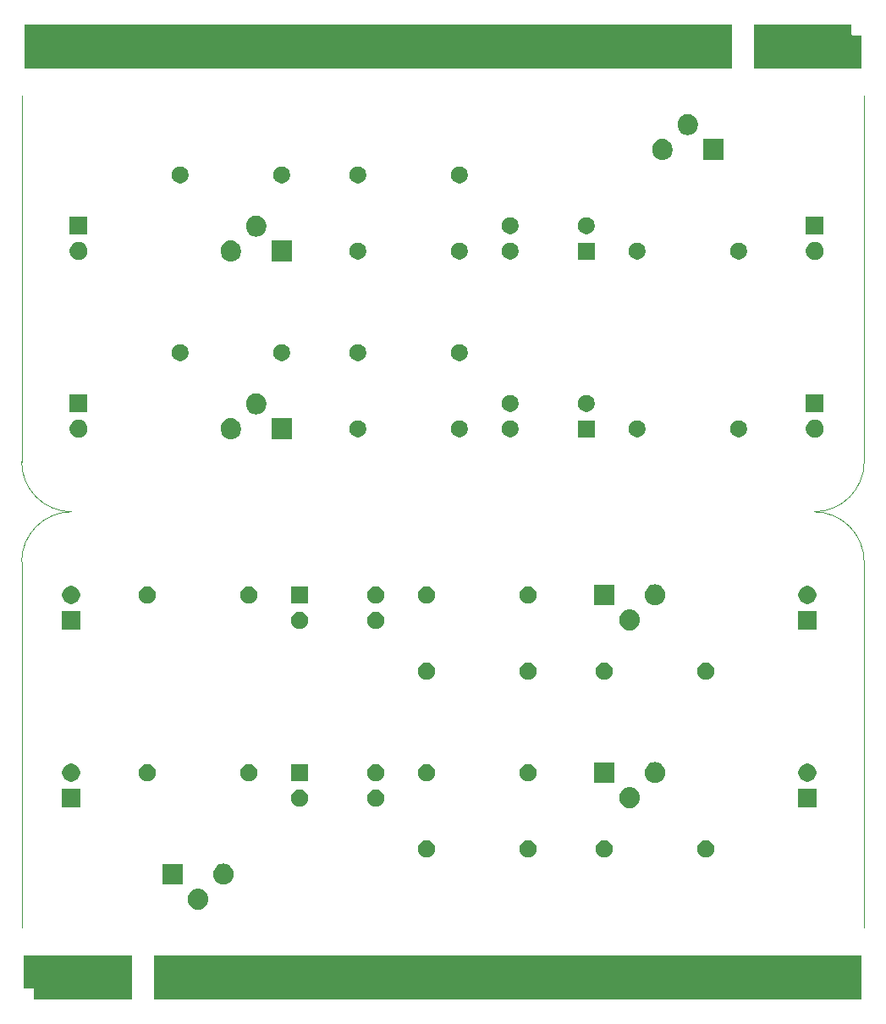
<source format=gbs>
G04 #@! TF.GenerationSoftware,KiCad,Pcbnew,(5.1.5)-3*
G04 #@! TF.CreationDate,2020-02-02T20:29:06+09:00*
G04 #@! TF.ProjectId,Tape-LED_Blinky-fin,54617065-2d4c-4454-945f-426c696e6b79,rev?*
G04 #@! TF.SameCoordinates,Original*
G04 #@! TF.FileFunction,Soldermask,Bot*
G04 #@! TF.FilePolarity,Negative*
%FSLAX46Y46*%
G04 Gerber Fmt 4.6, Leading zero omitted, Abs format (unit mm)*
G04 Created by KiCad (PCBNEW (5.1.5)-3) date 2020-02-02 20:29:06*
%MOMM*%
%LPD*%
G04 APERTURE LIST*
%ADD10C,0.100000*%
G04 APERTURE END LIST*
D10*
X99355000Y-103445000D02*
G75*
G02X94355000Y-98445000I0J5000000D01*
G01*
X178655000Y-61845000D02*
X178655000Y-98445000D01*
X94355000Y-61845000D02*
X94355000Y-98445000D01*
X178655000Y-98445000D02*
G75*
G02X173655000Y-103445000I-5000000J0D01*
G01*
X173650000Y-103450000D02*
G75*
G02X178650000Y-108450000I0J-5000000D01*
G01*
X94350000Y-108450000D02*
G75*
G02X99350000Y-103450000I5000000J0D01*
G01*
X178650000Y-145050000D02*
X178650000Y-108450000D01*
X94350000Y-145050000D02*
X94350000Y-108450000D01*
G36*
X105401000Y-152201000D02*
G01*
X95599000Y-152201000D01*
X95599000Y-151225999D01*
X95596598Y-151201613D01*
X95589485Y-151178164D01*
X95577934Y-151156553D01*
X95562389Y-151137611D01*
X95543447Y-151122066D01*
X95521836Y-151110515D01*
X95498387Y-151103402D01*
X95474001Y-151101000D01*
X94599000Y-151101000D01*
X94599000Y-147799000D01*
X105401000Y-147799000D01*
X105401000Y-152201000D01*
G37*
G36*
X178401000Y-152201000D02*
G01*
X107599000Y-152201000D01*
X107599000Y-147799000D01*
X178401000Y-147799000D01*
X178401000Y-152201000D01*
G37*
G36*
X112196719Y-141163520D02*
G01*
X112385880Y-141220901D01*
X112385883Y-141220902D01*
X112478333Y-141270318D01*
X112560212Y-141314083D01*
X112713015Y-141439485D01*
X112838417Y-141592288D01*
X112931599Y-141766619D01*
X112988980Y-141955780D01*
X113003500Y-142103206D01*
X113003500Y-142296793D01*
X112988980Y-142444219D01*
X112931599Y-142633380D01*
X112931598Y-142633383D01*
X112882182Y-142725833D01*
X112838417Y-142807712D01*
X112713015Y-142960515D01*
X112560212Y-143085917D01*
X112385881Y-143179099D01*
X112196720Y-143236480D01*
X112000000Y-143255855D01*
X111803281Y-143236480D01*
X111614120Y-143179099D01*
X111439788Y-143085917D01*
X111286985Y-142960515D01*
X111161583Y-142807712D01*
X111068401Y-142633381D01*
X111011020Y-142444220D01*
X110996500Y-142296794D01*
X110996500Y-142103207D01*
X111011020Y-141955781D01*
X111068401Y-141766620D01*
X111068402Y-141766617D01*
X111117818Y-141674167D01*
X111161583Y-141592288D01*
X111286985Y-141439485D01*
X111439788Y-141314083D01*
X111614119Y-141220901D01*
X111803280Y-141163520D01*
X112000000Y-141144145D01*
X112196719Y-141163520D01*
G37*
G36*
X114736719Y-138663520D02*
G01*
X114925880Y-138720901D01*
X114925883Y-138720902D01*
X115018333Y-138770318D01*
X115100212Y-138814083D01*
X115253015Y-138939485D01*
X115378417Y-139092288D01*
X115471599Y-139266619D01*
X115528980Y-139455780D01*
X115543500Y-139603206D01*
X115543500Y-139796793D01*
X115528980Y-139944219D01*
X115471599Y-140133380D01*
X115471598Y-140133383D01*
X115422182Y-140225833D01*
X115378417Y-140307712D01*
X115253015Y-140460515D01*
X115100212Y-140585917D01*
X114925881Y-140679099D01*
X114736720Y-140736480D01*
X114540000Y-140755855D01*
X114343281Y-140736480D01*
X114154120Y-140679099D01*
X113979788Y-140585917D01*
X113826985Y-140460515D01*
X113701583Y-140307712D01*
X113608401Y-140133381D01*
X113551020Y-139944220D01*
X113536500Y-139796794D01*
X113536500Y-139603207D01*
X113551020Y-139455781D01*
X113608401Y-139266620D01*
X113608402Y-139266617D01*
X113657818Y-139174167D01*
X113701583Y-139092288D01*
X113826985Y-138939485D01*
X113979788Y-138814083D01*
X114154119Y-138720901D01*
X114343280Y-138663520D01*
X114540000Y-138644145D01*
X114736719Y-138663520D01*
G37*
G36*
X110463500Y-140751000D02*
G01*
X108456500Y-140751000D01*
X108456500Y-138649000D01*
X110463500Y-138649000D01*
X110463500Y-140751000D01*
G37*
G36*
X163048228Y-136341703D02*
G01*
X163203100Y-136405853D01*
X163342481Y-136498985D01*
X163461015Y-136617519D01*
X163554147Y-136756900D01*
X163618297Y-136911772D01*
X163651000Y-137076184D01*
X163651000Y-137243816D01*
X163618297Y-137408228D01*
X163554147Y-137563100D01*
X163461015Y-137702481D01*
X163342481Y-137821015D01*
X163203100Y-137914147D01*
X163048228Y-137978297D01*
X162883816Y-138011000D01*
X162716184Y-138011000D01*
X162551772Y-137978297D01*
X162396900Y-137914147D01*
X162257519Y-137821015D01*
X162138985Y-137702481D01*
X162045853Y-137563100D01*
X161981703Y-137408228D01*
X161949000Y-137243816D01*
X161949000Y-137076184D01*
X161981703Y-136911772D01*
X162045853Y-136756900D01*
X162138985Y-136617519D01*
X162257519Y-136498985D01*
X162396900Y-136405853D01*
X162551772Y-136341703D01*
X162716184Y-136309000D01*
X162883816Y-136309000D01*
X163048228Y-136341703D01*
G37*
G36*
X152888228Y-136341703D02*
G01*
X153043100Y-136405853D01*
X153182481Y-136498985D01*
X153301015Y-136617519D01*
X153394147Y-136756900D01*
X153458297Y-136911772D01*
X153491000Y-137076184D01*
X153491000Y-137243816D01*
X153458297Y-137408228D01*
X153394147Y-137563100D01*
X153301015Y-137702481D01*
X153182481Y-137821015D01*
X153043100Y-137914147D01*
X152888228Y-137978297D01*
X152723816Y-138011000D01*
X152556184Y-138011000D01*
X152391772Y-137978297D01*
X152236900Y-137914147D01*
X152097519Y-137821015D01*
X151978985Y-137702481D01*
X151885853Y-137563100D01*
X151821703Y-137408228D01*
X151789000Y-137243816D01*
X151789000Y-137076184D01*
X151821703Y-136911772D01*
X151885853Y-136756900D01*
X151978985Y-136617519D01*
X152097519Y-136498985D01*
X152236900Y-136405853D01*
X152391772Y-136341703D01*
X152556184Y-136309000D01*
X152723816Y-136309000D01*
X152888228Y-136341703D01*
G37*
G36*
X135108228Y-136341703D02*
G01*
X135263100Y-136405853D01*
X135402481Y-136498985D01*
X135521015Y-136617519D01*
X135614147Y-136756900D01*
X135678297Y-136911772D01*
X135711000Y-137076184D01*
X135711000Y-137243816D01*
X135678297Y-137408228D01*
X135614147Y-137563100D01*
X135521015Y-137702481D01*
X135402481Y-137821015D01*
X135263100Y-137914147D01*
X135108228Y-137978297D01*
X134943816Y-138011000D01*
X134776184Y-138011000D01*
X134611772Y-137978297D01*
X134456900Y-137914147D01*
X134317519Y-137821015D01*
X134198985Y-137702481D01*
X134105853Y-137563100D01*
X134041703Y-137408228D01*
X134009000Y-137243816D01*
X134009000Y-137076184D01*
X134041703Y-136911772D01*
X134105853Y-136756900D01*
X134198985Y-136617519D01*
X134317519Y-136498985D01*
X134456900Y-136405853D01*
X134611772Y-136341703D01*
X134776184Y-136309000D01*
X134943816Y-136309000D01*
X135108228Y-136341703D01*
G37*
G36*
X145268228Y-136341703D02*
G01*
X145423100Y-136405853D01*
X145562481Y-136498985D01*
X145681015Y-136617519D01*
X145774147Y-136756900D01*
X145838297Y-136911772D01*
X145871000Y-137076184D01*
X145871000Y-137243816D01*
X145838297Y-137408228D01*
X145774147Y-137563100D01*
X145681015Y-137702481D01*
X145562481Y-137821015D01*
X145423100Y-137914147D01*
X145268228Y-137978297D01*
X145103816Y-138011000D01*
X144936184Y-138011000D01*
X144771772Y-137978297D01*
X144616900Y-137914147D01*
X144477519Y-137821015D01*
X144358985Y-137702481D01*
X144265853Y-137563100D01*
X144201703Y-137408228D01*
X144169000Y-137243816D01*
X144169000Y-137076184D01*
X144201703Y-136911772D01*
X144265853Y-136756900D01*
X144358985Y-136617519D01*
X144477519Y-136498985D01*
X144616900Y-136405853D01*
X144771772Y-136341703D01*
X144936184Y-136309000D01*
X145103816Y-136309000D01*
X145268228Y-136341703D01*
G37*
G36*
X155376719Y-131003520D02*
G01*
X155565880Y-131060901D01*
X155565883Y-131060902D01*
X155658333Y-131110318D01*
X155740212Y-131154083D01*
X155893015Y-131279485D01*
X156018417Y-131432288D01*
X156111599Y-131606619D01*
X156168980Y-131795780D01*
X156183500Y-131943206D01*
X156183500Y-132136793D01*
X156168980Y-132284219D01*
X156111599Y-132473380D01*
X156111598Y-132473383D01*
X156106404Y-132483100D01*
X156018417Y-132647712D01*
X155893015Y-132800515D01*
X155740212Y-132925917D01*
X155565881Y-133019099D01*
X155376720Y-133076480D01*
X155180000Y-133095855D01*
X154983281Y-133076480D01*
X154794120Y-133019099D01*
X154619788Y-132925917D01*
X154466985Y-132800515D01*
X154341583Y-132647712D01*
X154248401Y-132473381D01*
X154191020Y-132284220D01*
X154176500Y-132136794D01*
X154176500Y-131943207D01*
X154191020Y-131795781D01*
X154248401Y-131606620D01*
X154248402Y-131606617D01*
X154297818Y-131514167D01*
X154341583Y-131432288D01*
X154466985Y-131279485D01*
X154619788Y-131154083D01*
X154794119Y-131060901D01*
X154983280Y-131003520D01*
X155180000Y-130984145D01*
X155376719Y-131003520D01*
G37*
G36*
X173861000Y-132981000D02*
G01*
X172059000Y-132981000D01*
X172059000Y-131179000D01*
X173861000Y-131179000D01*
X173861000Y-132981000D01*
G37*
G36*
X100201000Y-132981000D02*
G01*
X98399000Y-132981000D01*
X98399000Y-131179000D01*
X100201000Y-131179000D01*
X100201000Y-132981000D01*
G37*
G36*
X130028228Y-131261703D02*
G01*
X130183100Y-131325853D01*
X130322481Y-131418985D01*
X130441015Y-131537519D01*
X130534147Y-131676900D01*
X130598297Y-131831772D01*
X130631000Y-131996184D01*
X130631000Y-132163816D01*
X130598297Y-132328228D01*
X130534147Y-132483100D01*
X130441015Y-132622481D01*
X130322481Y-132741015D01*
X130183100Y-132834147D01*
X130028228Y-132898297D01*
X129863816Y-132931000D01*
X129696184Y-132931000D01*
X129531772Y-132898297D01*
X129376900Y-132834147D01*
X129237519Y-132741015D01*
X129118985Y-132622481D01*
X129025853Y-132483100D01*
X128961703Y-132328228D01*
X128929000Y-132163816D01*
X128929000Y-131996184D01*
X128961703Y-131831772D01*
X129025853Y-131676900D01*
X129118985Y-131537519D01*
X129237519Y-131418985D01*
X129376900Y-131325853D01*
X129531772Y-131261703D01*
X129696184Y-131229000D01*
X129863816Y-131229000D01*
X130028228Y-131261703D01*
G37*
G36*
X122408228Y-131261703D02*
G01*
X122563100Y-131325853D01*
X122702481Y-131418985D01*
X122821015Y-131537519D01*
X122914147Y-131676900D01*
X122978297Y-131831772D01*
X123011000Y-131996184D01*
X123011000Y-132163816D01*
X122978297Y-132328228D01*
X122914147Y-132483100D01*
X122821015Y-132622481D01*
X122702481Y-132741015D01*
X122563100Y-132834147D01*
X122408228Y-132898297D01*
X122243816Y-132931000D01*
X122076184Y-132931000D01*
X121911772Y-132898297D01*
X121756900Y-132834147D01*
X121617519Y-132741015D01*
X121498985Y-132622481D01*
X121405853Y-132483100D01*
X121341703Y-132328228D01*
X121309000Y-132163816D01*
X121309000Y-131996184D01*
X121341703Y-131831772D01*
X121405853Y-131676900D01*
X121498985Y-131537519D01*
X121617519Y-131418985D01*
X121756900Y-131325853D01*
X121911772Y-131261703D01*
X122076184Y-131229000D01*
X122243816Y-131229000D01*
X122408228Y-131261703D01*
G37*
G36*
X157916719Y-128503520D02*
G01*
X158105880Y-128560901D01*
X158105883Y-128560902D01*
X158198333Y-128610318D01*
X158280212Y-128654083D01*
X158433015Y-128779485D01*
X158558417Y-128932288D01*
X158651599Y-129106619D01*
X158708980Y-129295780D01*
X158723500Y-129443206D01*
X158723500Y-129636793D01*
X158708980Y-129784219D01*
X158660785Y-129943097D01*
X158651598Y-129973383D01*
X158602182Y-130065833D01*
X158558417Y-130147712D01*
X158433015Y-130300515D01*
X158280212Y-130425917D01*
X158105881Y-130519099D01*
X157916720Y-130576480D01*
X157720000Y-130595855D01*
X157523281Y-130576480D01*
X157334120Y-130519099D01*
X157159788Y-130425917D01*
X157006985Y-130300515D01*
X156881583Y-130147712D01*
X156788401Y-129973381D01*
X156731020Y-129784220D01*
X156716500Y-129636794D01*
X156716500Y-129443207D01*
X156731020Y-129295781D01*
X156788401Y-129106620D01*
X156788402Y-129106617D01*
X156846716Y-128997520D01*
X156881583Y-128932288D01*
X157006985Y-128779485D01*
X157159788Y-128654083D01*
X157334119Y-128560901D01*
X157523280Y-128503520D01*
X157720000Y-128484145D01*
X157916719Y-128503520D01*
G37*
G36*
X153643500Y-130591000D02*
G01*
X151636500Y-130591000D01*
X151636500Y-128489000D01*
X153643500Y-128489000D01*
X153643500Y-130591000D01*
G37*
G36*
X99413512Y-128643927D02*
G01*
X99562812Y-128673624D01*
X99726784Y-128741544D01*
X99874354Y-128840147D01*
X99999853Y-128965646D01*
X100098456Y-129113216D01*
X100166376Y-129277188D01*
X100196073Y-129426488D01*
X100201000Y-129451258D01*
X100201000Y-129628742D01*
X100199398Y-129636794D01*
X100166376Y-129802812D01*
X100098456Y-129966784D01*
X99999853Y-130114354D01*
X99874354Y-130239853D01*
X99726784Y-130338456D01*
X99562812Y-130406376D01*
X99413512Y-130436073D01*
X99388742Y-130441000D01*
X99211258Y-130441000D01*
X99186488Y-130436073D01*
X99037188Y-130406376D01*
X98873216Y-130338456D01*
X98725646Y-130239853D01*
X98600147Y-130114354D01*
X98501544Y-129966784D01*
X98433624Y-129802812D01*
X98400602Y-129636794D01*
X98399000Y-129628742D01*
X98399000Y-129451258D01*
X98403927Y-129426488D01*
X98433624Y-129277188D01*
X98501544Y-129113216D01*
X98600147Y-128965646D01*
X98725646Y-128840147D01*
X98873216Y-128741544D01*
X99037188Y-128673624D01*
X99186488Y-128643927D01*
X99211258Y-128639000D01*
X99388742Y-128639000D01*
X99413512Y-128643927D01*
G37*
G36*
X173073512Y-128643927D02*
G01*
X173222812Y-128673624D01*
X173386784Y-128741544D01*
X173534354Y-128840147D01*
X173659853Y-128965646D01*
X173758456Y-129113216D01*
X173826376Y-129277188D01*
X173856073Y-129426488D01*
X173861000Y-129451258D01*
X173861000Y-129628742D01*
X173859398Y-129636794D01*
X173826376Y-129802812D01*
X173758456Y-129966784D01*
X173659853Y-130114354D01*
X173534354Y-130239853D01*
X173386784Y-130338456D01*
X173222812Y-130406376D01*
X173073512Y-130436073D01*
X173048742Y-130441000D01*
X172871258Y-130441000D01*
X172846488Y-130436073D01*
X172697188Y-130406376D01*
X172533216Y-130338456D01*
X172385646Y-130239853D01*
X172260147Y-130114354D01*
X172161544Y-129966784D01*
X172093624Y-129802812D01*
X172060602Y-129636794D01*
X172059000Y-129628742D01*
X172059000Y-129451258D01*
X172063927Y-129426488D01*
X172093624Y-129277188D01*
X172161544Y-129113216D01*
X172260147Y-128965646D01*
X172385646Y-128840147D01*
X172533216Y-128741544D01*
X172697188Y-128673624D01*
X172846488Y-128643927D01*
X172871258Y-128639000D01*
X173048742Y-128639000D01*
X173073512Y-128643927D01*
G37*
G36*
X145268228Y-128721703D02*
G01*
X145423100Y-128785853D01*
X145562481Y-128878985D01*
X145681015Y-128997519D01*
X145774147Y-129136900D01*
X145838297Y-129291772D01*
X145871000Y-129456184D01*
X145871000Y-129623816D01*
X145838297Y-129788228D01*
X145774147Y-129943100D01*
X145681015Y-130082481D01*
X145562481Y-130201015D01*
X145423100Y-130294147D01*
X145268228Y-130358297D01*
X145103816Y-130391000D01*
X144936184Y-130391000D01*
X144771772Y-130358297D01*
X144616900Y-130294147D01*
X144477519Y-130201015D01*
X144358985Y-130082481D01*
X144265853Y-129943100D01*
X144201703Y-129788228D01*
X144169000Y-129623816D01*
X144169000Y-129456184D01*
X144201703Y-129291772D01*
X144265853Y-129136900D01*
X144358985Y-128997519D01*
X144477519Y-128878985D01*
X144616900Y-128785853D01*
X144771772Y-128721703D01*
X144936184Y-128689000D01*
X145103816Y-128689000D01*
X145268228Y-128721703D01*
G37*
G36*
X135108228Y-128721703D02*
G01*
X135263100Y-128785853D01*
X135402481Y-128878985D01*
X135521015Y-128997519D01*
X135614147Y-129136900D01*
X135678297Y-129291772D01*
X135711000Y-129456184D01*
X135711000Y-129623816D01*
X135678297Y-129788228D01*
X135614147Y-129943100D01*
X135521015Y-130082481D01*
X135402481Y-130201015D01*
X135263100Y-130294147D01*
X135108228Y-130358297D01*
X134943816Y-130391000D01*
X134776184Y-130391000D01*
X134611772Y-130358297D01*
X134456900Y-130294147D01*
X134317519Y-130201015D01*
X134198985Y-130082481D01*
X134105853Y-129943100D01*
X134041703Y-129788228D01*
X134009000Y-129623816D01*
X134009000Y-129456184D01*
X134041703Y-129291772D01*
X134105853Y-129136900D01*
X134198985Y-128997519D01*
X134317519Y-128878985D01*
X134456900Y-128785853D01*
X134611772Y-128721703D01*
X134776184Y-128689000D01*
X134943816Y-128689000D01*
X135108228Y-128721703D01*
G37*
G36*
X117328228Y-128721703D02*
G01*
X117483100Y-128785853D01*
X117622481Y-128878985D01*
X117741015Y-128997519D01*
X117834147Y-129136900D01*
X117898297Y-129291772D01*
X117931000Y-129456184D01*
X117931000Y-129623816D01*
X117898297Y-129788228D01*
X117834147Y-129943100D01*
X117741015Y-130082481D01*
X117622481Y-130201015D01*
X117483100Y-130294147D01*
X117328228Y-130358297D01*
X117163816Y-130391000D01*
X116996184Y-130391000D01*
X116831772Y-130358297D01*
X116676900Y-130294147D01*
X116537519Y-130201015D01*
X116418985Y-130082481D01*
X116325853Y-129943100D01*
X116261703Y-129788228D01*
X116229000Y-129623816D01*
X116229000Y-129456184D01*
X116261703Y-129291772D01*
X116325853Y-129136900D01*
X116418985Y-128997519D01*
X116537519Y-128878985D01*
X116676900Y-128785853D01*
X116831772Y-128721703D01*
X116996184Y-128689000D01*
X117163816Y-128689000D01*
X117328228Y-128721703D01*
G37*
G36*
X123011000Y-130391000D02*
G01*
X121309000Y-130391000D01*
X121309000Y-128689000D01*
X123011000Y-128689000D01*
X123011000Y-130391000D01*
G37*
G36*
X130028228Y-128721703D02*
G01*
X130183100Y-128785853D01*
X130322481Y-128878985D01*
X130441015Y-128997519D01*
X130534147Y-129136900D01*
X130598297Y-129291772D01*
X130631000Y-129456184D01*
X130631000Y-129623816D01*
X130598297Y-129788228D01*
X130534147Y-129943100D01*
X130441015Y-130082481D01*
X130322481Y-130201015D01*
X130183100Y-130294147D01*
X130028228Y-130358297D01*
X129863816Y-130391000D01*
X129696184Y-130391000D01*
X129531772Y-130358297D01*
X129376900Y-130294147D01*
X129237519Y-130201015D01*
X129118985Y-130082481D01*
X129025853Y-129943100D01*
X128961703Y-129788228D01*
X128929000Y-129623816D01*
X128929000Y-129456184D01*
X128961703Y-129291772D01*
X129025853Y-129136900D01*
X129118985Y-128997519D01*
X129237519Y-128878985D01*
X129376900Y-128785853D01*
X129531772Y-128721703D01*
X129696184Y-128689000D01*
X129863816Y-128689000D01*
X130028228Y-128721703D01*
G37*
G36*
X107168228Y-128721703D02*
G01*
X107323100Y-128785853D01*
X107462481Y-128878985D01*
X107581015Y-128997519D01*
X107674147Y-129136900D01*
X107738297Y-129291772D01*
X107771000Y-129456184D01*
X107771000Y-129623816D01*
X107738297Y-129788228D01*
X107674147Y-129943100D01*
X107581015Y-130082481D01*
X107462481Y-130201015D01*
X107323100Y-130294147D01*
X107168228Y-130358297D01*
X107003816Y-130391000D01*
X106836184Y-130391000D01*
X106671772Y-130358297D01*
X106516900Y-130294147D01*
X106377519Y-130201015D01*
X106258985Y-130082481D01*
X106165853Y-129943100D01*
X106101703Y-129788228D01*
X106069000Y-129623816D01*
X106069000Y-129456184D01*
X106101703Y-129291772D01*
X106165853Y-129136900D01*
X106258985Y-128997519D01*
X106377519Y-128878985D01*
X106516900Y-128785853D01*
X106671772Y-128721703D01*
X106836184Y-128689000D01*
X107003816Y-128689000D01*
X107168228Y-128721703D01*
G37*
G36*
X145268228Y-118561703D02*
G01*
X145423100Y-118625853D01*
X145562481Y-118718985D01*
X145681015Y-118837519D01*
X145774147Y-118976900D01*
X145838297Y-119131772D01*
X145871000Y-119296184D01*
X145871000Y-119463816D01*
X145838297Y-119628228D01*
X145774147Y-119783100D01*
X145681015Y-119922481D01*
X145562481Y-120041015D01*
X145423100Y-120134147D01*
X145268228Y-120198297D01*
X145103816Y-120231000D01*
X144936184Y-120231000D01*
X144771772Y-120198297D01*
X144616900Y-120134147D01*
X144477519Y-120041015D01*
X144358985Y-119922481D01*
X144265853Y-119783100D01*
X144201703Y-119628228D01*
X144169000Y-119463816D01*
X144169000Y-119296184D01*
X144201703Y-119131772D01*
X144265853Y-118976900D01*
X144358985Y-118837519D01*
X144477519Y-118718985D01*
X144616900Y-118625853D01*
X144771772Y-118561703D01*
X144936184Y-118529000D01*
X145103816Y-118529000D01*
X145268228Y-118561703D01*
G37*
G36*
X135108228Y-118561703D02*
G01*
X135263100Y-118625853D01*
X135402481Y-118718985D01*
X135521015Y-118837519D01*
X135614147Y-118976900D01*
X135678297Y-119131772D01*
X135711000Y-119296184D01*
X135711000Y-119463816D01*
X135678297Y-119628228D01*
X135614147Y-119783100D01*
X135521015Y-119922481D01*
X135402481Y-120041015D01*
X135263100Y-120134147D01*
X135108228Y-120198297D01*
X134943816Y-120231000D01*
X134776184Y-120231000D01*
X134611772Y-120198297D01*
X134456900Y-120134147D01*
X134317519Y-120041015D01*
X134198985Y-119922481D01*
X134105853Y-119783100D01*
X134041703Y-119628228D01*
X134009000Y-119463816D01*
X134009000Y-119296184D01*
X134041703Y-119131772D01*
X134105853Y-118976900D01*
X134198985Y-118837519D01*
X134317519Y-118718985D01*
X134456900Y-118625853D01*
X134611772Y-118561703D01*
X134776184Y-118529000D01*
X134943816Y-118529000D01*
X135108228Y-118561703D01*
G37*
G36*
X152888228Y-118561703D02*
G01*
X153043100Y-118625853D01*
X153182481Y-118718985D01*
X153301015Y-118837519D01*
X153394147Y-118976900D01*
X153458297Y-119131772D01*
X153491000Y-119296184D01*
X153491000Y-119463816D01*
X153458297Y-119628228D01*
X153394147Y-119783100D01*
X153301015Y-119922481D01*
X153182481Y-120041015D01*
X153043100Y-120134147D01*
X152888228Y-120198297D01*
X152723816Y-120231000D01*
X152556184Y-120231000D01*
X152391772Y-120198297D01*
X152236900Y-120134147D01*
X152097519Y-120041015D01*
X151978985Y-119922481D01*
X151885853Y-119783100D01*
X151821703Y-119628228D01*
X151789000Y-119463816D01*
X151789000Y-119296184D01*
X151821703Y-119131772D01*
X151885853Y-118976900D01*
X151978985Y-118837519D01*
X152097519Y-118718985D01*
X152236900Y-118625853D01*
X152391772Y-118561703D01*
X152556184Y-118529000D01*
X152723816Y-118529000D01*
X152888228Y-118561703D01*
G37*
G36*
X163048228Y-118561703D02*
G01*
X163203100Y-118625853D01*
X163342481Y-118718985D01*
X163461015Y-118837519D01*
X163554147Y-118976900D01*
X163618297Y-119131772D01*
X163651000Y-119296184D01*
X163651000Y-119463816D01*
X163618297Y-119628228D01*
X163554147Y-119783100D01*
X163461015Y-119922481D01*
X163342481Y-120041015D01*
X163203100Y-120134147D01*
X163048228Y-120198297D01*
X162883816Y-120231000D01*
X162716184Y-120231000D01*
X162551772Y-120198297D01*
X162396900Y-120134147D01*
X162257519Y-120041015D01*
X162138985Y-119922481D01*
X162045853Y-119783100D01*
X161981703Y-119628228D01*
X161949000Y-119463816D01*
X161949000Y-119296184D01*
X161981703Y-119131772D01*
X162045853Y-118976900D01*
X162138985Y-118837519D01*
X162257519Y-118718985D01*
X162396900Y-118625853D01*
X162551772Y-118561703D01*
X162716184Y-118529000D01*
X162883816Y-118529000D01*
X163048228Y-118561703D01*
G37*
G36*
X155376719Y-113223520D02*
G01*
X155565880Y-113280901D01*
X155565883Y-113280902D01*
X155658333Y-113330318D01*
X155740212Y-113374083D01*
X155893015Y-113499485D01*
X156018417Y-113652288D01*
X156111599Y-113826619D01*
X156168980Y-114015780D01*
X156183500Y-114163206D01*
X156183500Y-114356793D01*
X156168980Y-114504219D01*
X156111599Y-114693380D01*
X156111598Y-114693383D01*
X156106404Y-114703100D01*
X156018417Y-114867712D01*
X155893015Y-115020515D01*
X155740212Y-115145917D01*
X155565881Y-115239099D01*
X155376720Y-115296480D01*
X155180000Y-115315855D01*
X154983281Y-115296480D01*
X154794120Y-115239099D01*
X154619788Y-115145917D01*
X154466985Y-115020515D01*
X154341583Y-114867712D01*
X154248401Y-114693381D01*
X154191020Y-114504220D01*
X154176500Y-114356794D01*
X154176500Y-114163207D01*
X154191020Y-114015781D01*
X154248401Y-113826620D01*
X154248402Y-113826617D01*
X154297818Y-113734167D01*
X154341583Y-113652288D01*
X154466985Y-113499485D01*
X154619788Y-113374083D01*
X154794119Y-113280901D01*
X154983280Y-113223520D01*
X155180000Y-113204145D01*
X155376719Y-113223520D01*
G37*
G36*
X100201000Y-115201000D02*
G01*
X98399000Y-115201000D01*
X98399000Y-113399000D01*
X100201000Y-113399000D01*
X100201000Y-115201000D01*
G37*
G36*
X173861000Y-115201000D02*
G01*
X172059000Y-115201000D01*
X172059000Y-113399000D01*
X173861000Y-113399000D01*
X173861000Y-115201000D01*
G37*
G36*
X130028228Y-113481703D02*
G01*
X130183100Y-113545853D01*
X130322481Y-113638985D01*
X130441015Y-113757519D01*
X130534147Y-113896900D01*
X130598297Y-114051772D01*
X130631000Y-114216184D01*
X130631000Y-114383816D01*
X130598297Y-114548228D01*
X130534147Y-114703100D01*
X130441015Y-114842481D01*
X130322481Y-114961015D01*
X130183100Y-115054147D01*
X130028228Y-115118297D01*
X129863816Y-115151000D01*
X129696184Y-115151000D01*
X129531772Y-115118297D01*
X129376900Y-115054147D01*
X129237519Y-114961015D01*
X129118985Y-114842481D01*
X129025853Y-114703100D01*
X128961703Y-114548228D01*
X128929000Y-114383816D01*
X128929000Y-114216184D01*
X128961703Y-114051772D01*
X129025853Y-113896900D01*
X129118985Y-113757519D01*
X129237519Y-113638985D01*
X129376900Y-113545853D01*
X129531772Y-113481703D01*
X129696184Y-113449000D01*
X129863816Y-113449000D01*
X130028228Y-113481703D01*
G37*
G36*
X122408228Y-113481703D02*
G01*
X122563100Y-113545853D01*
X122702481Y-113638985D01*
X122821015Y-113757519D01*
X122914147Y-113896900D01*
X122978297Y-114051772D01*
X123011000Y-114216184D01*
X123011000Y-114383816D01*
X122978297Y-114548228D01*
X122914147Y-114703100D01*
X122821015Y-114842481D01*
X122702481Y-114961015D01*
X122563100Y-115054147D01*
X122408228Y-115118297D01*
X122243816Y-115151000D01*
X122076184Y-115151000D01*
X121911772Y-115118297D01*
X121756900Y-115054147D01*
X121617519Y-114961015D01*
X121498985Y-114842481D01*
X121405853Y-114703100D01*
X121341703Y-114548228D01*
X121309000Y-114383816D01*
X121309000Y-114216184D01*
X121341703Y-114051772D01*
X121405853Y-113896900D01*
X121498985Y-113757519D01*
X121617519Y-113638985D01*
X121756900Y-113545853D01*
X121911772Y-113481703D01*
X122076184Y-113449000D01*
X122243816Y-113449000D01*
X122408228Y-113481703D01*
G37*
G36*
X157916719Y-110723520D02*
G01*
X158105880Y-110780901D01*
X158105883Y-110780902D01*
X158198333Y-110830318D01*
X158280212Y-110874083D01*
X158433015Y-110999485D01*
X158558417Y-111152288D01*
X158651599Y-111326619D01*
X158708980Y-111515780D01*
X158723500Y-111663206D01*
X158723500Y-111856793D01*
X158708980Y-112004219D01*
X158660785Y-112163097D01*
X158651598Y-112193383D01*
X158602182Y-112285833D01*
X158558417Y-112367712D01*
X158433015Y-112520515D01*
X158280212Y-112645917D01*
X158105881Y-112739099D01*
X157916720Y-112796480D01*
X157720000Y-112815855D01*
X157523281Y-112796480D01*
X157334120Y-112739099D01*
X157159788Y-112645917D01*
X157006985Y-112520515D01*
X156881583Y-112367712D01*
X156788401Y-112193381D01*
X156731020Y-112004220D01*
X156716500Y-111856794D01*
X156716500Y-111663207D01*
X156731020Y-111515781D01*
X156788401Y-111326620D01*
X156788402Y-111326617D01*
X156846716Y-111217520D01*
X156881583Y-111152288D01*
X157006985Y-110999485D01*
X157159788Y-110874083D01*
X157334119Y-110780901D01*
X157523280Y-110723520D01*
X157720000Y-110704145D01*
X157916719Y-110723520D01*
G37*
G36*
X153643500Y-112811000D02*
G01*
X151636500Y-112811000D01*
X151636500Y-110709000D01*
X153643500Y-110709000D01*
X153643500Y-112811000D01*
G37*
G36*
X173073512Y-110863927D02*
G01*
X173222812Y-110893624D01*
X173386784Y-110961544D01*
X173534354Y-111060147D01*
X173659853Y-111185646D01*
X173758456Y-111333216D01*
X173826376Y-111497188D01*
X173856073Y-111646488D01*
X173861000Y-111671258D01*
X173861000Y-111848742D01*
X173859398Y-111856794D01*
X173826376Y-112022812D01*
X173758456Y-112186784D01*
X173659853Y-112334354D01*
X173534354Y-112459853D01*
X173386784Y-112558456D01*
X173222812Y-112626376D01*
X173073512Y-112656073D01*
X173048742Y-112661000D01*
X172871258Y-112661000D01*
X172846488Y-112656073D01*
X172697188Y-112626376D01*
X172533216Y-112558456D01*
X172385646Y-112459853D01*
X172260147Y-112334354D01*
X172161544Y-112186784D01*
X172093624Y-112022812D01*
X172060602Y-111856794D01*
X172059000Y-111848742D01*
X172059000Y-111671258D01*
X172063927Y-111646488D01*
X172093624Y-111497188D01*
X172161544Y-111333216D01*
X172260147Y-111185646D01*
X172385646Y-111060147D01*
X172533216Y-110961544D01*
X172697188Y-110893624D01*
X172846488Y-110863927D01*
X172871258Y-110859000D01*
X173048742Y-110859000D01*
X173073512Y-110863927D01*
G37*
G36*
X99413512Y-110863927D02*
G01*
X99562812Y-110893624D01*
X99726784Y-110961544D01*
X99874354Y-111060147D01*
X99999853Y-111185646D01*
X100098456Y-111333216D01*
X100166376Y-111497188D01*
X100196073Y-111646488D01*
X100201000Y-111671258D01*
X100201000Y-111848742D01*
X100199398Y-111856794D01*
X100166376Y-112022812D01*
X100098456Y-112186784D01*
X99999853Y-112334354D01*
X99874354Y-112459853D01*
X99726784Y-112558456D01*
X99562812Y-112626376D01*
X99413512Y-112656073D01*
X99388742Y-112661000D01*
X99211258Y-112661000D01*
X99186488Y-112656073D01*
X99037188Y-112626376D01*
X98873216Y-112558456D01*
X98725646Y-112459853D01*
X98600147Y-112334354D01*
X98501544Y-112186784D01*
X98433624Y-112022812D01*
X98400602Y-111856794D01*
X98399000Y-111848742D01*
X98399000Y-111671258D01*
X98403927Y-111646488D01*
X98433624Y-111497188D01*
X98501544Y-111333216D01*
X98600147Y-111185646D01*
X98725646Y-111060147D01*
X98873216Y-110961544D01*
X99037188Y-110893624D01*
X99186488Y-110863927D01*
X99211258Y-110859000D01*
X99388742Y-110859000D01*
X99413512Y-110863927D01*
G37*
G36*
X130028228Y-110941703D02*
G01*
X130183100Y-111005853D01*
X130322481Y-111098985D01*
X130441015Y-111217519D01*
X130534147Y-111356900D01*
X130598297Y-111511772D01*
X130631000Y-111676184D01*
X130631000Y-111843816D01*
X130598297Y-112008228D01*
X130534147Y-112163100D01*
X130441015Y-112302481D01*
X130322481Y-112421015D01*
X130183100Y-112514147D01*
X130028228Y-112578297D01*
X129863816Y-112611000D01*
X129696184Y-112611000D01*
X129531772Y-112578297D01*
X129376900Y-112514147D01*
X129237519Y-112421015D01*
X129118985Y-112302481D01*
X129025853Y-112163100D01*
X128961703Y-112008228D01*
X128929000Y-111843816D01*
X128929000Y-111676184D01*
X128961703Y-111511772D01*
X129025853Y-111356900D01*
X129118985Y-111217519D01*
X129237519Y-111098985D01*
X129376900Y-111005853D01*
X129531772Y-110941703D01*
X129696184Y-110909000D01*
X129863816Y-110909000D01*
X130028228Y-110941703D01*
G37*
G36*
X107168228Y-110941703D02*
G01*
X107323100Y-111005853D01*
X107462481Y-111098985D01*
X107581015Y-111217519D01*
X107674147Y-111356900D01*
X107738297Y-111511772D01*
X107771000Y-111676184D01*
X107771000Y-111843816D01*
X107738297Y-112008228D01*
X107674147Y-112163100D01*
X107581015Y-112302481D01*
X107462481Y-112421015D01*
X107323100Y-112514147D01*
X107168228Y-112578297D01*
X107003816Y-112611000D01*
X106836184Y-112611000D01*
X106671772Y-112578297D01*
X106516900Y-112514147D01*
X106377519Y-112421015D01*
X106258985Y-112302481D01*
X106165853Y-112163100D01*
X106101703Y-112008228D01*
X106069000Y-111843816D01*
X106069000Y-111676184D01*
X106101703Y-111511772D01*
X106165853Y-111356900D01*
X106258985Y-111217519D01*
X106377519Y-111098985D01*
X106516900Y-111005853D01*
X106671772Y-110941703D01*
X106836184Y-110909000D01*
X107003816Y-110909000D01*
X107168228Y-110941703D01*
G37*
G36*
X123011000Y-112611000D02*
G01*
X121309000Y-112611000D01*
X121309000Y-110909000D01*
X123011000Y-110909000D01*
X123011000Y-112611000D01*
G37*
G36*
X145268228Y-110941703D02*
G01*
X145423100Y-111005853D01*
X145562481Y-111098985D01*
X145681015Y-111217519D01*
X145774147Y-111356900D01*
X145838297Y-111511772D01*
X145871000Y-111676184D01*
X145871000Y-111843816D01*
X145838297Y-112008228D01*
X145774147Y-112163100D01*
X145681015Y-112302481D01*
X145562481Y-112421015D01*
X145423100Y-112514147D01*
X145268228Y-112578297D01*
X145103816Y-112611000D01*
X144936184Y-112611000D01*
X144771772Y-112578297D01*
X144616900Y-112514147D01*
X144477519Y-112421015D01*
X144358985Y-112302481D01*
X144265853Y-112163100D01*
X144201703Y-112008228D01*
X144169000Y-111843816D01*
X144169000Y-111676184D01*
X144201703Y-111511772D01*
X144265853Y-111356900D01*
X144358985Y-111217519D01*
X144477519Y-111098985D01*
X144616900Y-111005853D01*
X144771772Y-110941703D01*
X144936184Y-110909000D01*
X145103816Y-110909000D01*
X145268228Y-110941703D01*
G37*
G36*
X135108228Y-110941703D02*
G01*
X135263100Y-111005853D01*
X135402481Y-111098985D01*
X135521015Y-111217519D01*
X135614147Y-111356900D01*
X135678297Y-111511772D01*
X135711000Y-111676184D01*
X135711000Y-111843816D01*
X135678297Y-112008228D01*
X135614147Y-112163100D01*
X135521015Y-112302481D01*
X135402481Y-112421015D01*
X135263100Y-112514147D01*
X135108228Y-112578297D01*
X134943816Y-112611000D01*
X134776184Y-112611000D01*
X134611772Y-112578297D01*
X134456900Y-112514147D01*
X134317519Y-112421015D01*
X134198985Y-112302481D01*
X134105853Y-112163100D01*
X134041703Y-112008228D01*
X134009000Y-111843816D01*
X134009000Y-111676184D01*
X134041703Y-111511772D01*
X134105853Y-111356900D01*
X134198985Y-111217519D01*
X134317519Y-111098985D01*
X134456900Y-111005853D01*
X134611772Y-110941703D01*
X134776184Y-110909000D01*
X134943816Y-110909000D01*
X135108228Y-110941703D01*
G37*
G36*
X117328228Y-110941703D02*
G01*
X117483100Y-111005853D01*
X117622481Y-111098985D01*
X117741015Y-111217519D01*
X117834147Y-111356900D01*
X117898297Y-111511772D01*
X117931000Y-111676184D01*
X117931000Y-111843816D01*
X117898297Y-112008228D01*
X117834147Y-112163100D01*
X117741015Y-112302481D01*
X117622481Y-112421015D01*
X117483100Y-112514147D01*
X117328228Y-112578297D01*
X117163816Y-112611000D01*
X116996184Y-112611000D01*
X116831772Y-112578297D01*
X116676900Y-112514147D01*
X116537519Y-112421015D01*
X116418985Y-112302481D01*
X116325853Y-112163100D01*
X116261703Y-112008228D01*
X116229000Y-111843816D01*
X116229000Y-111676184D01*
X116261703Y-111511772D01*
X116325853Y-111356900D01*
X116418985Y-111217519D01*
X116537519Y-111098985D01*
X116676900Y-111005853D01*
X116831772Y-110941703D01*
X116996184Y-110909000D01*
X117163816Y-110909000D01*
X117328228Y-110941703D01*
G37*
G36*
X115481720Y-94098520D02*
G01*
X115670881Y-94155901D01*
X115845212Y-94249083D01*
X115998015Y-94374485D01*
X116123417Y-94527288D01*
X116158284Y-94592520D01*
X116216598Y-94701617D01*
X116216599Y-94701620D01*
X116273980Y-94890781D01*
X116288500Y-95038207D01*
X116288500Y-95231794D01*
X116273980Y-95379220D01*
X116216599Y-95568381D01*
X116123417Y-95742712D01*
X115998015Y-95895515D01*
X115845212Y-96020917D01*
X115763333Y-96064682D01*
X115670883Y-96114098D01*
X115670880Y-96114099D01*
X115481719Y-96171480D01*
X115285000Y-96190855D01*
X115088280Y-96171480D01*
X114899119Y-96114099D01*
X114724788Y-96020917D01*
X114571985Y-95895515D01*
X114446583Y-95742712D01*
X114402818Y-95660833D01*
X114353402Y-95568383D01*
X114344215Y-95538097D01*
X114296020Y-95379219D01*
X114281500Y-95231793D01*
X114281500Y-95038206D01*
X114296020Y-94890780D01*
X114353401Y-94701619D01*
X114446583Y-94527288D01*
X114571985Y-94374485D01*
X114724788Y-94249083D01*
X114899120Y-94155901D01*
X115088281Y-94098520D01*
X115285000Y-94079145D01*
X115481720Y-94098520D01*
G37*
G36*
X121368500Y-96186000D02*
G01*
X119361500Y-96186000D01*
X119361500Y-94084000D01*
X121368500Y-94084000D01*
X121368500Y-96186000D01*
G37*
G36*
X173818512Y-94238927D02*
G01*
X173967812Y-94268624D01*
X174131784Y-94336544D01*
X174279354Y-94435147D01*
X174404853Y-94560646D01*
X174503456Y-94708216D01*
X174571376Y-94872188D01*
X174601073Y-95021488D01*
X174606000Y-95046258D01*
X174606000Y-95223742D01*
X174604398Y-95231794D01*
X174571376Y-95397812D01*
X174503456Y-95561784D01*
X174404853Y-95709354D01*
X174279354Y-95834853D01*
X174131784Y-95933456D01*
X173967812Y-96001376D01*
X173818512Y-96031073D01*
X173793742Y-96036000D01*
X173616258Y-96036000D01*
X173591488Y-96031073D01*
X173442188Y-96001376D01*
X173278216Y-95933456D01*
X173130646Y-95834853D01*
X173005147Y-95709354D01*
X172906544Y-95561784D01*
X172838624Y-95397812D01*
X172805602Y-95231794D01*
X172804000Y-95223742D01*
X172804000Y-95046258D01*
X172808927Y-95021488D01*
X172838624Y-94872188D01*
X172906544Y-94708216D01*
X173005147Y-94560646D01*
X173130646Y-94435147D01*
X173278216Y-94336544D01*
X173442188Y-94268624D01*
X173591488Y-94238927D01*
X173616258Y-94234000D01*
X173793742Y-94234000D01*
X173818512Y-94238927D01*
G37*
G36*
X100158512Y-94238927D02*
G01*
X100307812Y-94268624D01*
X100471784Y-94336544D01*
X100619354Y-94435147D01*
X100744853Y-94560646D01*
X100843456Y-94708216D01*
X100911376Y-94872188D01*
X100941073Y-95021488D01*
X100946000Y-95046258D01*
X100946000Y-95223742D01*
X100944398Y-95231794D01*
X100911376Y-95397812D01*
X100843456Y-95561784D01*
X100744853Y-95709354D01*
X100619354Y-95834853D01*
X100471784Y-95933456D01*
X100307812Y-96001376D01*
X100158512Y-96031073D01*
X100133742Y-96036000D01*
X99956258Y-96036000D01*
X99931488Y-96031073D01*
X99782188Y-96001376D01*
X99618216Y-95933456D01*
X99470646Y-95834853D01*
X99345147Y-95709354D01*
X99246544Y-95561784D01*
X99178624Y-95397812D01*
X99145602Y-95231794D01*
X99144000Y-95223742D01*
X99144000Y-95046258D01*
X99148927Y-95021488D01*
X99178624Y-94872188D01*
X99246544Y-94708216D01*
X99345147Y-94560646D01*
X99470646Y-94435147D01*
X99618216Y-94336544D01*
X99782188Y-94268624D01*
X99931488Y-94238927D01*
X99956258Y-94234000D01*
X100133742Y-94234000D01*
X100158512Y-94238927D01*
G37*
G36*
X151696000Y-95986000D02*
G01*
X149994000Y-95986000D01*
X149994000Y-94284000D01*
X151696000Y-94284000D01*
X151696000Y-95986000D01*
G37*
G36*
X128233228Y-94316703D02*
G01*
X128388100Y-94380853D01*
X128527481Y-94473985D01*
X128646015Y-94592519D01*
X128739147Y-94731900D01*
X128803297Y-94886772D01*
X128836000Y-95051184D01*
X128836000Y-95218816D01*
X128803297Y-95383228D01*
X128739147Y-95538100D01*
X128646015Y-95677481D01*
X128527481Y-95796015D01*
X128388100Y-95889147D01*
X128233228Y-95953297D01*
X128068816Y-95986000D01*
X127901184Y-95986000D01*
X127736772Y-95953297D01*
X127581900Y-95889147D01*
X127442519Y-95796015D01*
X127323985Y-95677481D01*
X127230853Y-95538100D01*
X127166703Y-95383228D01*
X127134000Y-95218816D01*
X127134000Y-95051184D01*
X127166703Y-94886772D01*
X127230853Y-94731900D01*
X127323985Y-94592519D01*
X127442519Y-94473985D01*
X127581900Y-94380853D01*
X127736772Y-94316703D01*
X127901184Y-94284000D01*
X128068816Y-94284000D01*
X128233228Y-94316703D01*
G37*
G36*
X138393228Y-94316703D02*
G01*
X138548100Y-94380853D01*
X138687481Y-94473985D01*
X138806015Y-94592519D01*
X138899147Y-94731900D01*
X138963297Y-94886772D01*
X138996000Y-95051184D01*
X138996000Y-95218816D01*
X138963297Y-95383228D01*
X138899147Y-95538100D01*
X138806015Y-95677481D01*
X138687481Y-95796015D01*
X138548100Y-95889147D01*
X138393228Y-95953297D01*
X138228816Y-95986000D01*
X138061184Y-95986000D01*
X137896772Y-95953297D01*
X137741900Y-95889147D01*
X137602519Y-95796015D01*
X137483985Y-95677481D01*
X137390853Y-95538100D01*
X137326703Y-95383228D01*
X137294000Y-95218816D01*
X137294000Y-95051184D01*
X137326703Y-94886772D01*
X137390853Y-94731900D01*
X137483985Y-94592519D01*
X137602519Y-94473985D01*
X137741900Y-94380853D01*
X137896772Y-94316703D01*
X138061184Y-94284000D01*
X138228816Y-94284000D01*
X138393228Y-94316703D01*
G37*
G36*
X166333228Y-94316703D02*
G01*
X166488100Y-94380853D01*
X166627481Y-94473985D01*
X166746015Y-94592519D01*
X166839147Y-94731900D01*
X166903297Y-94886772D01*
X166936000Y-95051184D01*
X166936000Y-95218816D01*
X166903297Y-95383228D01*
X166839147Y-95538100D01*
X166746015Y-95677481D01*
X166627481Y-95796015D01*
X166488100Y-95889147D01*
X166333228Y-95953297D01*
X166168816Y-95986000D01*
X166001184Y-95986000D01*
X165836772Y-95953297D01*
X165681900Y-95889147D01*
X165542519Y-95796015D01*
X165423985Y-95677481D01*
X165330853Y-95538100D01*
X165266703Y-95383228D01*
X165234000Y-95218816D01*
X165234000Y-95051184D01*
X165266703Y-94886772D01*
X165330853Y-94731900D01*
X165423985Y-94592519D01*
X165542519Y-94473985D01*
X165681900Y-94380853D01*
X165836772Y-94316703D01*
X166001184Y-94284000D01*
X166168816Y-94284000D01*
X166333228Y-94316703D01*
G37*
G36*
X156173228Y-94316703D02*
G01*
X156328100Y-94380853D01*
X156467481Y-94473985D01*
X156586015Y-94592519D01*
X156679147Y-94731900D01*
X156743297Y-94886772D01*
X156776000Y-95051184D01*
X156776000Y-95218816D01*
X156743297Y-95383228D01*
X156679147Y-95538100D01*
X156586015Y-95677481D01*
X156467481Y-95796015D01*
X156328100Y-95889147D01*
X156173228Y-95953297D01*
X156008816Y-95986000D01*
X155841184Y-95986000D01*
X155676772Y-95953297D01*
X155521900Y-95889147D01*
X155382519Y-95796015D01*
X155263985Y-95677481D01*
X155170853Y-95538100D01*
X155106703Y-95383228D01*
X155074000Y-95218816D01*
X155074000Y-95051184D01*
X155106703Y-94886772D01*
X155170853Y-94731900D01*
X155263985Y-94592519D01*
X155382519Y-94473985D01*
X155521900Y-94380853D01*
X155676772Y-94316703D01*
X155841184Y-94284000D01*
X156008816Y-94284000D01*
X156173228Y-94316703D01*
G37*
G36*
X143473228Y-94316703D02*
G01*
X143628100Y-94380853D01*
X143767481Y-94473985D01*
X143886015Y-94592519D01*
X143979147Y-94731900D01*
X144043297Y-94886772D01*
X144076000Y-95051184D01*
X144076000Y-95218816D01*
X144043297Y-95383228D01*
X143979147Y-95538100D01*
X143886015Y-95677481D01*
X143767481Y-95796015D01*
X143628100Y-95889147D01*
X143473228Y-95953297D01*
X143308816Y-95986000D01*
X143141184Y-95986000D01*
X142976772Y-95953297D01*
X142821900Y-95889147D01*
X142682519Y-95796015D01*
X142563985Y-95677481D01*
X142470853Y-95538100D01*
X142406703Y-95383228D01*
X142374000Y-95218816D01*
X142374000Y-95051184D01*
X142406703Y-94886772D01*
X142470853Y-94731900D01*
X142563985Y-94592519D01*
X142682519Y-94473985D01*
X142821900Y-94380853D01*
X142976772Y-94316703D01*
X143141184Y-94284000D01*
X143308816Y-94284000D01*
X143473228Y-94316703D01*
G37*
G36*
X118021720Y-91598520D02*
G01*
X118210881Y-91655901D01*
X118385212Y-91749083D01*
X118538015Y-91874485D01*
X118663417Y-92027288D01*
X118707182Y-92109167D01*
X118756598Y-92201617D01*
X118756599Y-92201620D01*
X118813980Y-92390781D01*
X118828500Y-92538207D01*
X118828500Y-92731794D01*
X118813980Y-92879220D01*
X118756599Y-93068381D01*
X118663417Y-93242712D01*
X118538015Y-93395515D01*
X118385212Y-93520917D01*
X118303333Y-93564682D01*
X118210883Y-93614098D01*
X118210880Y-93614099D01*
X118021719Y-93671480D01*
X117825000Y-93690855D01*
X117628280Y-93671480D01*
X117439119Y-93614099D01*
X117264788Y-93520917D01*
X117111985Y-93395515D01*
X116986583Y-93242712D01*
X116930336Y-93137481D01*
X116893402Y-93068383D01*
X116872081Y-92998097D01*
X116836020Y-92879219D01*
X116821500Y-92731793D01*
X116821500Y-92538206D01*
X116836020Y-92390780D01*
X116893401Y-92201619D01*
X116986583Y-92027288D01*
X117111985Y-91874485D01*
X117264788Y-91749083D01*
X117439120Y-91655901D01*
X117628281Y-91598520D01*
X117825000Y-91579145D01*
X118021720Y-91598520D01*
G37*
G36*
X174606000Y-93496000D02*
G01*
X172804000Y-93496000D01*
X172804000Y-91694000D01*
X174606000Y-91694000D01*
X174606000Y-93496000D01*
G37*
G36*
X100946000Y-93496000D02*
G01*
X99144000Y-93496000D01*
X99144000Y-91694000D01*
X100946000Y-91694000D01*
X100946000Y-93496000D01*
G37*
G36*
X151093228Y-91776703D02*
G01*
X151248100Y-91840853D01*
X151387481Y-91933985D01*
X151506015Y-92052519D01*
X151599147Y-92191900D01*
X151663297Y-92346772D01*
X151696000Y-92511184D01*
X151696000Y-92678816D01*
X151663297Y-92843228D01*
X151599147Y-92998100D01*
X151506015Y-93137481D01*
X151387481Y-93256015D01*
X151248100Y-93349147D01*
X151093228Y-93413297D01*
X150928816Y-93446000D01*
X150761184Y-93446000D01*
X150596772Y-93413297D01*
X150441900Y-93349147D01*
X150302519Y-93256015D01*
X150183985Y-93137481D01*
X150090853Y-92998100D01*
X150026703Y-92843228D01*
X149994000Y-92678816D01*
X149994000Y-92511184D01*
X150026703Y-92346772D01*
X150090853Y-92191900D01*
X150183985Y-92052519D01*
X150302519Y-91933985D01*
X150441900Y-91840853D01*
X150596772Y-91776703D01*
X150761184Y-91744000D01*
X150928816Y-91744000D01*
X151093228Y-91776703D01*
G37*
G36*
X143473228Y-91776703D02*
G01*
X143628100Y-91840853D01*
X143767481Y-91933985D01*
X143886015Y-92052519D01*
X143979147Y-92191900D01*
X144043297Y-92346772D01*
X144076000Y-92511184D01*
X144076000Y-92678816D01*
X144043297Y-92843228D01*
X143979147Y-92998100D01*
X143886015Y-93137481D01*
X143767481Y-93256015D01*
X143628100Y-93349147D01*
X143473228Y-93413297D01*
X143308816Y-93446000D01*
X143141184Y-93446000D01*
X142976772Y-93413297D01*
X142821900Y-93349147D01*
X142682519Y-93256015D01*
X142563985Y-93137481D01*
X142470853Y-92998100D01*
X142406703Y-92843228D01*
X142374000Y-92678816D01*
X142374000Y-92511184D01*
X142406703Y-92346772D01*
X142470853Y-92191900D01*
X142563985Y-92052519D01*
X142682519Y-91933985D01*
X142821900Y-91840853D01*
X142976772Y-91776703D01*
X143141184Y-91744000D01*
X143308816Y-91744000D01*
X143473228Y-91776703D01*
G37*
G36*
X120613228Y-86696703D02*
G01*
X120768100Y-86760853D01*
X120907481Y-86853985D01*
X121026015Y-86972519D01*
X121119147Y-87111900D01*
X121183297Y-87266772D01*
X121216000Y-87431184D01*
X121216000Y-87598816D01*
X121183297Y-87763228D01*
X121119147Y-87918100D01*
X121026015Y-88057481D01*
X120907481Y-88176015D01*
X120768100Y-88269147D01*
X120613228Y-88333297D01*
X120448816Y-88366000D01*
X120281184Y-88366000D01*
X120116772Y-88333297D01*
X119961900Y-88269147D01*
X119822519Y-88176015D01*
X119703985Y-88057481D01*
X119610853Y-87918100D01*
X119546703Y-87763228D01*
X119514000Y-87598816D01*
X119514000Y-87431184D01*
X119546703Y-87266772D01*
X119610853Y-87111900D01*
X119703985Y-86972519D01*
X119822519Y-86853985D01*
X119961900Y-86760853D01*
X120116772Y-86696703D01*
X120281184Y-86664000D01*
X120448816Y-86664000D01*
X120613228Y-86696703D01*
G37*
G36*
X138393228Y-86696703D02*
G01*
X138548100Y-86760853D01*
X138687481Y-86853985D01*
X138806015Y-86972519D01*
X138899147Y-87111900D01*
X138963297Y-87266772D01*
X138996000Y-87431184D01*
X138996000Y-87598816D01*
X138963297Y-87763228D01*
X138899147Y-87918100D01*
X138806015Y-88057481D01*
X138687481Y-88176015D01*
X138548100Y-88269147D01*
X138393228Y-88333297D01*
X138228816Y-88366000D01*
X138061184Y-88366000D01*
X137896772Y-88333297D01*
X137741900Y-88269147D01*
X137602519Y-88176015D01*
X137483985Y-88057481D01*
X137390853Y-87918100D01*
X137326703Y-87763228D01*
X137294000Y-87598816D01*
X137294000Y-87431184D01*
X137326703Y-87266772D01*
X137390853Y-87111900D01*
X137483985Y-86972519D01*
X137602519Y-86853985D01*
X137741900Y-86760853D01*
X137896772Y-86696703D01*
X138061184Y-86664000D01*
X138228816Y-86664000D01*
X138393228Y-86696703D01*
G37*
G36*
X128233228Y-86696703D02*
G01*
X128388100Y-86760853D01*
X128527481Y-86853985D01*
X128646015Y-86972519D01*
X128739147Y-87111900D01*
X128803297Y-87266772D01*
X128836000Y-87431184D01*
X128836000Y-87598816D01*
X128803297Y-87763228D01*
X128739147Y-87918100D01*
X128646015Y-88057481D01*
X128527481Y-88176015D01*
X128388100Y-88269147D01*
X128233228Y-88333297D01*
X128068816Y-88366000D01*
X127901184Y-88366000D01*
X127736772Y-88333297D01*
X127581900Y-88269147D01*
X127442519Y-88176015D01*
X127323985Y-88057481D01*
X127230853Y-87918100D01*
X127166703Y-87763228D01*
X127134000Y-87598816D01*
X127134000Y-87431184D01*
X127166703Y-87266772D01*
X127230853Y-87111900D01*
X127323985Y-86972519D01*
X127442519Y-86853985D01*
X127581900Y-86760853D01*
X127736772Y-86696703D01*
X127901184Y-86664000D01*
X128068816Y-86664000D01*
X128233228Y-86696703D01*
G37*
G36*
X110453228Y-86696703D02*
G01*
X110608100Y-86760853D01*
X110747481Y-86853985D01*
X110866015Y-86972519D01*
X110959147Y-87111900D01*
X111023297Y-87266772D01*
X111056000Y-87431184D01*
X111056000Y-87598816D01*
X111023297Y-87763228D01*
X110959147Y-87918100D01*
X110866015Y-88057481D01*
X110747481Y-88176015D01*
X110608100Y-88269147D01*
X110453228Y-88333297D01*
X110288816Y-88366000D01*
X110121184Y-88366000D01*
X109956772Y-88333297D01*
X109801900Y-88269147D01*
X109662519Y-88176015D01*
X109543985Y-88057481D01*
X109450853Y-87918100D01*
X109386703Y-87763228D01*
X109354000Y-87598816D01*
X109354000Y-87431184D01*
X109386703Y-87266772D01*
X109450853Y-87111900D01*
X109543985Y-86972519D01*
X109662519Y-86853985D01*
X109801900Y-86760853D01*
X109956772Y-86696703D01*
X110121184Y-86664000D01*
X110288816Y-86664000D01*
X110453228Y-86696703D01*
G37*
G36*
X115481720Y-76318520D02*
G01*
X115670881Y-76375901D01*
X115845212Y-76469083D01*
X115998015Y-76594485D01*
X116123417Y-76747288D01*
X116158284Y-76812520D01*
X116216598Y-76921617D01*
X116216599Y-76921620D01*
X116273980Y-77110781D01*
X116288500Y-77258207D01*
X116288500Y-77451794D01*
X116273980Y-77599220D01*
X116216599Y-77788381D01*
X116123417Y-77962712D01*
X115998015Y-78115515D01*
X115845212Y-78240917D01*
X115763333Y-78284682D01*
X115670883Y-78334098D01*
X115670880Y-78334099D01*
X115481719Y-78391480D01*
X115285000Y-78410855D01*
X115088280Y-78391480D01*
X114899119Y-78334099D01*
X114724788Y-78240917D01*
X114571985Y-78115515D01*
X114446583Y-77962712D01*
X114402818Y-77880833D01*
X114353402Y-77788383D01*
X114344215Y-77758097D01*
X114296020Y-77599219D01*
X114281500Y-77451793D01*
X114281500Y-77258206D01*
X114296020Y-77110780D01*
X114353401Y-76921619D01*
X114446583Y-76747288D01*
X114571985Y-76594485D01*
X114724788Y-76469083D01*
X114899120Y-76375901D01*
X115088281Y-76318520D01*
X115285000Y-76299145D01*
X115481720Y-76318520D01*
G37*
G36*
X121368500Y-78406000D02*
G01*
X119361500Y-78406000D01*
X119361500Y-76304000D01*
X121368500Y-76304000D01*
X121368500Y-78406000D01*
G37*
G36*
X100158512Y-76458927D02*
G01*
X100307812Y-76488624D01*
X100471784Y-76556544D01*
X100619354Y-76655147D01*
X100744853Y-76780646D01*
X100843456Y-76928216D01*
X100911376Y-77092188D01*
X100941073Y-77241488D01*
X100946000Y-77266258D01*
X100946000Y-77443742D01*
X100944398Y-77451794D01*
X100911376Y-77617812D01*
X100843456Y-77781784D01*
X100744853Y-77929354D01*
X100619354Y-78054853D01*
X100471784Y-78153456D01*
X100307812Y-78221376D01*
X100158512Y-78251073D01*
X100133742Y-78256000D01*
X99956258Y-78256000D01*
X99931488Y-78251073D01*
X99782188Y-78221376D01*
X99618216Y-78153456D01*
X99470646Y-78054853D01*
X99345147Y-77929354D01*
X99246544Y-77781784D01*
X99178624Y-77617812D01*
X99145602Y-77451794D01*
X99144000Y-77443742D01*
X99144000Y-77266258D01*
X99148927Y-77241488D01*
X99178624Y-77092188D01*
X99246544Y-76928216D01*
X99345147Y-76780646D01*
X99470646Y-76655147D01*
X99618216Y-76556544D01*
X99782188Y-76488624D01*
X99931488Y-76458927D01*
X99956258Y-76454000D01*
X100133742Y-76454000D01*
X100158512Y-76458927D01*
G37*
G36*
X173818512Y-76458927D02*
G01*
X173967812Y-76488624D01*
X174131784Y-76556544D01*
X174279354Y-76655147D01*
X174404853Y-76780646D01*
X174503456Y-76928216D01*
X174571376Y-77092188D01*
X174601073Y-77241488D01*
X174606000Y-77266258D01*
X174606000Y-77443742D01*
X174604398Y-77451794D01*
X174571376Y-77617812D01*
X174503456Y-77781784D01*
X174404853Y-77929354D01*
X174279354Y-78054853D01*
X174131784Y-78153456D01*
X173967812Y-78221376D01*
X173818512Y-78251073D01*
X173793742Y-78256000D01*
X173616258Y-78256000D01*
X173591488Y-78251073D01*
X173442188Y-78221376D01*
X173278216Y-78153456D01*
X173130646Y-78054853D01*
X173005147Y-77929354D01*
X172906544Y-77781784D01*
X172838624Y-77617812D01*
X172805602Y-77451794D01*
X172804000Y-77443742D01*
X172804000Y-77266258D01*
X172808927Y-77241488D01*
X172838624Y-77092188D01*
X172906544Y-76928216D01*
X173005147Y-76780646D01*
X173130646Y-76655147D01*
X173278216Y-76556544D01*
X173442188Y-76488624D01*
X173591488Y-76458927D01*
X173616258Y-76454000D01*
X173793742Y-76454000D01*
X173818512Y-76458927D01*
G37*
G36*
X143473228Y-76536703D02*
G01*
X143628100Y-76600853D01*
X143767481Y-76693985D01*
X143886015Y-76812519D01*
X143979147Y-76951900D01*
X144043297Y-77106772D01*
X144076000Y-77271184D01*
X144076000Y-77438816D01*
X144043297Y-77603228D01*
X143979147Y-77758100D01*
X143886015Y-77897481D01*
X143767481Y-78016015D01*
X143628100Y-78109147D01*
X143473228Y-78173297D01*
X143308816Y-78206000D01*
X143141184Y-78206000D01*
X142976772Y-78173297D01*
X142821900Y-78109147D01*
X142682519Y-78016015D01*
X142563985Y-77897481D01*
X142470853Y-77758100D01*
X142406703Y-77603228D01*
X142374000Y-77438816D01*
X142374000Y-77271184D01*
X142406703Y-77106772D01*
X142470853Y-76951900D01*
X142563985Y-76812519D01*
X142682519Y-76693985D01*
X142821900Y-76600853D01*
X142976772Y-76536703D01*
X143141184Y-76504000D01*
X143308816Y-76504000D01*
X143473228Y-76536703D01*
G37*
G36*
X166333228Y-76536703D02*
G01*
X166488100Y-76600853D01*
X166627481Y-76693985D01*
X166746015Y-76812519D01*
X166839147Y-76951900D01*
X166903297Y-77106772D01*
X166936000Y-77271184D01*
X166936000Y-77438816D01*
X166903297Y-77603228D01*
X166839147Y-77758100D01*
X166746015Y-77897481D01*
X166627481Y-78016015D01*
X166488100Y-78109147D01*
X166333228Y-78173297D01*
X166168816Y-78206000D01*
X166001184Y-78206000D01*
X165836772Y-78173297D01*
X165681900Y-78109147D01*
X165542519Y-78016015D01*
X165423985Y-77897481D01*
X165330853Y-77758100D01*
X165266703Y-77603228D01*
X165234000Y-77438816D01*
X165234000Y-77271184D01*
X165266703Y-77106772D01*
X165330853Y-76951900D01*
X165423985Y-76812519D01*
X165542519Y-76693985D01*
X165681900Y-76600853D01*
X165836772Y-76536703D01*
X166001184Y-76504000D01*
X166168816Y-76504000D01*
X166333228Y-76536703D01*
G37*
G36*
X156173228Y-76536703D02*
G01*
X156328100Y-76600853D01*
X156467481Y-76693985D01*
X156586015Y-76812519D01*
X156679147Y-76951900D01*
X156743297Y-77106772D01*
X156776000Y-77271184D01*
X156776000Y-77438816D01*
X156743297Y-77603228D01*
X156679147Y-77758100D01*
X156586015Y-77897481D01*
X156467481Y-78016015D01*
X156328100Y-78109147D01*
X156173228Y-78173297D01*
X156008816Y-78206000D01*
X155841184Y-78206000D01*
X155676772Y-78173297D01*
X155521900Y-78109147D01*
X155382519Y-78016015D01*
X155263985Y-77897481D01*
X155170853Y-77758100D01*
X155106703Y-77603228D01*
X155074000Y-77438816D01*
X155074000Y-77271184D01*
X155106703Y-77106772D01*
X155170853Y-76951900D01*
X155263985Y-76812519D01*
X155382519Y-76693985D01*
X155521900Y-76600853D01*
X155676772Y-76536703D01*
X155841184Y-76504000D01*
X156008816Y-76504000D01*
X156173228Y-76536703D01*
G37*
G36*
X151696000Y-78206000D02*
G01*
X149994000Y-78206000D01*
X149994000Y-76504000D01*
X151696000Y-76504000D01*
X151696000Y-78206000D01*
G37*
G36*
X138393228Y-76536703D02*
G01*
X138548100Y-76600853D01*
X138687481Y-76693985D01*
X138806015Y-76812519D01*
X138899147Y-76951900D01*
X138963297Y-77106772D01*
X138996000Y-77271184D01*
X138996000Y-77438816D01*
X138963297Y-77603228D01*
X138899147Y-77758100D01*
X138806015Y-77897481D01*
X138687481Y-78016015D01*
X138548100Y-78109147D01*
X138393228Y-78173297D01*
X138228816Y-78206000D01*
X138061184Y-78206000D01*
X137896772Y-78173297D01*
X137741900Y-78109147D01*
X137602519Y-78016015D01*
X137483985Y-77897481D01*
X137390853Y-77758100D01*
X137326703Y-77603228D01*
X137294000Y-77438816D01*
X137294000Y-77271184D01*
X137326703Y-77106772D01*
X137390853Y-76951900D01*
X137483985Y-76812519D01*
X137602519Y-76693985D01*
X137741900Y-76600853D01*
X137896772Y-76536703D01*
X138061184Y-76504000D01*
X138228816Y-76504000D01*
X138393228Y-76536703D01*
G37*
G36*
X128233228Y-76536703D02*
G01*
X128388100Y-76600853D01*
X128527481Y-76693985D01*
X128646015Y-76812519D01*
X128739147Y-76951900D01*
X128803297Y-77106772D01*
X128836000Y-77271184D01*
X128836000Y-77438816D01*
X128803297Y-77603228D01*
X128739147Y-77758100D01*
X128646015Y-77897481D01*
X128527481Y-78016015D01*
X128388100Y-78109147D01*
X128233228Y-78173297D01*
X128068816Y-78206000D01*
X127901184Y-78206000D01*
X127736772Y-78173297D01*
X127581900Y-78109147D01*
X127442519Y-78016015D01*
X127323985Y-77897481D01*
X127230853Y-77758100D01*
X127166703Y-77603228D01*
X127134000Y-77438816D01*
X127134000Y-77271184D01*
X127166703Y-77106772D01*
X127230853Y-76951900D01*
X127323985Y-76812519D01*
X127442519Y-76693985D01*
X127581900Y-76600853D01*
X127736772Y-76536703D01*
X127901184Y-76504000D01*
X128068816Y-76504000D01*
X128233228Y-76536703D01*
G37*
G36*
X118021720Y-73818520D02*
G01*
X118210881Y-73875901D01*
X118385212Y-73969083D01*
X118538015Y-74094485D01*
X118663417Y-74247288D01*
X118707182Y-74329167D01*
X118756598Y-74421617D01*
X118756599Y-74421620D01*
X118813980Y-74610781D01*
X118828500Y-74758207D01*
X118828500Y-74951794D01*
X118813980Y-75099220D01*
X118756599Y-75288381D01*
X118663417Y-75462712D01*
X118538015Y-75615515D01*
X118385212Y-75740917D01*
X118303333Y-75784682D01*
X118210883Y-75834098D01*
X118210880Y-75834099D01*
X118021719Y-75891480D01*
X117825000Y-75910855D01*
X117628280Y-75891480D01*
X117439119Y-75834099D01*
X117264788Y-75740917D01*
X117111985Y-75615515D01*
X116986583Y-75462712D01*
X116930336Y-75357481D01*
X116893402Y-75288383D01*
X116872081Y-75218097D01*
X116836020Y-75099219D01*
X116821500Y-74951793D01*
X116821500Y-74758206D01*
X116836020Y-74610780D01*
X116893401Y-74421619D01*
X116986583Y-74247288D01*
X117111985Y-74094485D01*
X117264788Y-73969083D01*
X117439120Y-73875901D01*
X117628281Y-73818520D01*
X117825000Y-73799145D01*
X118021720Y-73818520D01*
G37*
G36*
X100946000Y-75716000D02*
G01*
X99144000Y-75716000D01*
X99144000Y-73914000D01*
X100946000Y-73914000D01*
X100946000Y-75716000D01*
G37*
G36*
X174606000Y-75716000D02*
G01*
X172804000Y-75716000D01*
X172804000Y-73914000D01*
X174606000Y-73914000D01*
X174606000Y-75716000D01*
G37*
G36*
X151093228Y-73996703D02*
G01*
X151248100Y-74060853D01*
X151387481Y-74153985D01*
X151506015Y-74272519D01*
X151599147Y-74411900D01*
X151663297Y-74566772D01*
X151696000Y-74731184D01*
X151696000Y-74898816D01*
X151663297Y-75063228D01*
X151599147Y-75218100D01*
X151506015Y-75357481D01*
X151387481Y-75476015D01*
X151248100Y-75569147D01*
X151093228Y-75633297D01*
X150928816Y-75666000D01*
X150761184Y-75666000D01*
X150596772Y-75633297D01*
X150441900Y-75569147D01*
X150302519Y-75476015D01*
X150183985Y-75357481D01*
X150090853Y-75218100D01*
X150026703Y-75063228D01*
X149994000Y-74898816D01*
X149994000Y-74731184D01*
X150026703Y-74566772D01*
X150090853Y-74411900D01*
X150183985Y-74272519D01*
X150302519Y-74153985D01*
X150441900Y-74060853D01*
X150596772Y-73996703D01*
X150761184Y-73964000D01*
X150928816Y-73964000D01*
X151093228Y-73996703D01*
G37*
G36*
X143473228Y-73996703D02*
G01*
X143628100Y-74060853D01*
X143767481Y-74153985D01*
X143886015Y-74272519D01*
X143979147Y-74411900D01*
X144043297Y-74566772D01*
X144076000Y-74731184D01*
X144076000Y-74898816D01*
X144043297Y-75063228D01*
X143979147Y-75218100D01*
X143886015Y-75357481D01*
X143767481Y-75476015D01*
X143628100Y-75569147D01*
X143473228Y-75633297D01*
X143308816Y-75666000D01*
X143141184Y-75666000D01*
X142976772Y-75633297D01*
X142821900Y-75569147D01*
X142682519Y-75476015D01*
X142563985Y-75357481D01*
X142470853Y-75218100D01*
X142406703Y-75063228D01*
X142374000Y-74898816D01*
X142374000Y-74731184D01*
X142406703Y-74566772D01*
X142470853Y-74411900D01*
X142563985Y-74272519D01*
X142682519Y-74153985D01*
X142821900Y-74060853D01*
X142976772Y-73996703D01*
X143141184Y-73964000D01*
X143308816Y-73964000D01*
X143473228Y-73996703D01*
G37*
G36*
X138393228Y-68916703D02*
G01*
X138548100Y-68980853D01*
X138687481Y-69073985D01*
X138806015Y-69192519D01*
X138899147Y-69331900D01*
X138963297Y-69486772D01*
X138996000Y-69651184D01*
X138996000Y-69818816D01*
X138963297Y-69983228D01*
X138899147Y-70138100D01*
X138806015Y-70277481D01*
X138687481Y-70396015D01*
X138548100Y-70489147D01*
X138393228Y-70553297D01*
X138228816Y-70586000D01*
X138061184Y-70586000D01*
X137896772Y-70553297D01*
X137741900Y-70489147D01*
X137602519Y-70396015D01*
X137483985Y-70277481D01*
X137390853Y-70138100D01*
X137326703Y-69983228D01*
X137294000Y-69818816D01*
X137294000Y-69651184D01*
X137326703Y-69486772D01*
X137390853Y-69331900D01*
X137483985Y-69192519D01*
X137602519Y-69073985D01*
X137741900Y-68980853D01*
X137896772Y-68916703D01*
X138061184Y-68884000D01*
X138228816Y-68884000D01*
X138393228Y-68916703D01*
G37*
G36*
X128233228Y-68916703D02*
G01*
X128388100Y-68980853D01*
X128527481Y-69073985D01*
X128646015Y-69192519D01*
X128739147Y-69331900D01*
X128803297Y-69486772D01*
X128836000Y-69651184D01*
X128836000Y-69818816D01*
X128803297Y-69983228D01*
X128739147Y-70138100D01*
X128646015Y-70277481D01*
X128527481Y-70396015D01*
X128388100Y-70489147D01*
X128233228Y-70553297D01*
X128068816Y-70586000D01*
X127901184Y-70586000D01*
X127736772Y-70553297D01*
X127581900Y-70489147D01*
X127442519Y-70396015D01*
X127323985Y-70277481D01*
X127230853Y-70138100D01*
X127166703Y-69983228D01*
X127134000Y-69818816D01*
X127134000Y-69651184D01*
X127166703Y-69486772D01*
X127230853Y-69331900D01*
X127323985Y-69192519D01*
X127442519Y-69073985D01*
X127581900Y-68980853D01*
X127736772Y-68916703D01*
X127901184Y-68884000D01*
X128068816Y-68884000D01*
X128233228Y-68916703D01*
G37*
G36*
X120613228Y-68916703D02*
G01*
X120768100Y-68980853D01*
X120907481Y-69073985D01*
X121026015Y-69192519D01*
X121119147Y-69331900D01*
X121183297Y-69486772D01*
X121216000Y-69651184D01*
X121216000Y-69818816D01*
X121183297Y-69983228D01*
X121119147Y-70138100D01*
X121026015Y-70277481D01*
X120907481Y-70396015D01*
X120768100Y-70489147D01*
X120613228Y-70553297D01*
X120448816Y-70586000D01*
X120281184Y-70586000D01*
X120116772Y-70553297D01*
X119961900Y-70489147D01*
X119822519Y-70396015D01*
X119703985Y-70277481D01*
X119610853Y-70138100D01*
X119546703Y-69983228D01*
X119514000Y-69818816D01*
X119514000Y-69651184D01*
X119546703Y-69486772D01*
X119610853Y-69331900D01*
X119703985Y-69192519D01*
X119822519Y-69073985D01*
X119961900Y-68980853D01*
X120116772Y-68916703D01*
X120281184Y-68884000D01*
X120448816Y-68884000D01*
X120613228Y-68916703D01*
G37*
G36*
X110453228Y-68916703D02*
G01*
X110608100Y-68980853D01*
X110747481Y-69073985D01*
X110866015Y-69192519D01*
X110959147Y-69331900D01*
X111023297Y-69486772D01*
X111056000Y-69651184D01*
X111056000Y-69818816D01*
X111023297Y-69983228D01*
X110959147Y-70138100D01*
X110866015Y-70277481D01*
X110747481Y-70396015D01*
X110608100Y-70489147D01*
X110453228Y-70553297D01*
X110288816Y-70586000D01*
X110121184Y-70586000D01*
X109956772Y-70553297D01*
X109801900Y-70489147D01*
X109662519Y-70396015D01*
X109543985Y-70277481D01*
X109450853Y-70138100D01*
X109386703Y-69983228D01*
X109354000Y-69818816D01*
X109354000Y-69651184D01*
X109386703Y-69486772D01*
X109450853Y-69331900D01*
X109543985Y-69192519D01*
X109662519Y-69073985D01*
X109801900Y-68980853D01*
X109956772Y-68916703D01*
X110121184Y-68884000D01*
X110288816Y-68884000D01*
X110453228Y-68916703D01*
G37*
G36*
X158661720Y-66158520D02*
G01*
X158850881Y-66215901D01*
X159025212Y-66309083D01*
X159178015Y-66434485D01*
X159303417Y-66587288D01*
X159347182Y-66669167D01*
X159396598Y-66761617D01*
X159396599Y-66761620D01*
X159453980Y-66950781D01*
X159468500Y-67098207D01*
X159468500Y-67291794D01*
X159453980Y-67439220D01*
X159396599Y-67628381D01*
X159303417Y-67802712D01*
X159178015Y-67955515D01*
X159025212Y-68080917D01*
X158943333Y-68124682D01*
X158850883Y-68174098D01*
X158850880Y-68174099D01*
X158661719Y-68231480D01*
X158465000Y-68250855D01*
X158268280Y-68231480D01*
X158079119Y-68174099D01*
X157904788Y-68080917D01*
X157751985Y-67955515D01*
X157626583Y-67802712D01*
X157582818Y-67720833D01*
X157533402Y-67628383D01*
X157533401Y-67628380D01*
X157476020Y-67439219D01*
X157461500Y-67291793D01*
X157461500Y-67098206D01*
X157476020Y-66950780D01*
X157533401Y-66761619D01*
X157626583Y-66587288D01*
X157751985Y-66434485D01*
X157904788Y-66309083D01*
X158079120Y-66215901D01*
X158268281Y-66158520D01*
X158465000Y-66139145D01*
X158661720Y-66158520D01*
G37*
G36*
X164548500Y-68246000D02*
G01*
X162541500Y-68246000D01*
X162541500Y-66144000D01*
X164548500Y-66144000D01*
X164548500Y-68246000D01*
G37*
G36*
X161201720Y-63658520D02*
G01*
X161390881Y-63715901D01*
X161565212Y-63809083D01*
X161718015Y-63934485D01*
X161843417Y-64087288D01*
X161887182Y-64169167D01*
X161936598Y-64261617D01*
X161936599Y-64261620D01*
X161993980Y-64450781D01*
X162008500Y-64598207D01*
X162008500Y-64791794D01*
X161993980Y-64939220D01*
X161936599Y-65128381D01*
X161843417Y-65302712D01*
X161718015Y-65455515D01*
X161565212Y-65580917D01*
X161483333Y-65624682D01*
X161390883Y-65674098D01*
X161390880Y-65674099D01*
X161201719Y-65731480D01*
X161005000Y-65750855D01*
X160808280Y-65731480D01*
X160619119Y-65674099D01*
X160444788Y-65580917D01*
X160291985Y-65455515D01*
X160166583Y-65302712D01*
X160122818Y-65220833D01*
X160073402Y-65128383D01*
X160073401Y-65128380D01*
X160016020Y-64939219D01*
X160001500Y-64791793D01*
X160001500Y-64598206D01*
X160016020Y-64450780D01*
X160073401Y-64261619D01*
X160166583Y-64087288D01*
X160291985Y-63934485D01*
X160444788Y-63809083D01*
X160619120Y-63715901D01*
X160808281Y-63658520D01*
X161005000Y-63639145D01*
X161201720Y-63658520D01*
G37*
G36*
X165406000Y-59096000D02*
G01*
X94604000Y-59096000D01*
X94604000Y-54694000D01*
X165406000Y-54694000D01*
X165406000Y-59096000D01*
G37*
G36*
X177406000Y-55669001D02*
G01*
X177408402Y-55693387D01*
X177415515Y-55716836D01*
X177427066Y-55738447D01*
X177442611Y-55757389D01*
X177461553Y-55772934D01*
X177483164Y-55784485D01*
X177506613Y-55791598D01*
X177530999Y-55794000D01*
X178406000Y-55794000D01*
X178406000Y-59096000D01*
X167604000Y-59096000D01*
X167604000Y-54694000D01*
X177406000Y-54694000D01*
X177406000Y-55669001D01*
G37*
M02*

</source>
